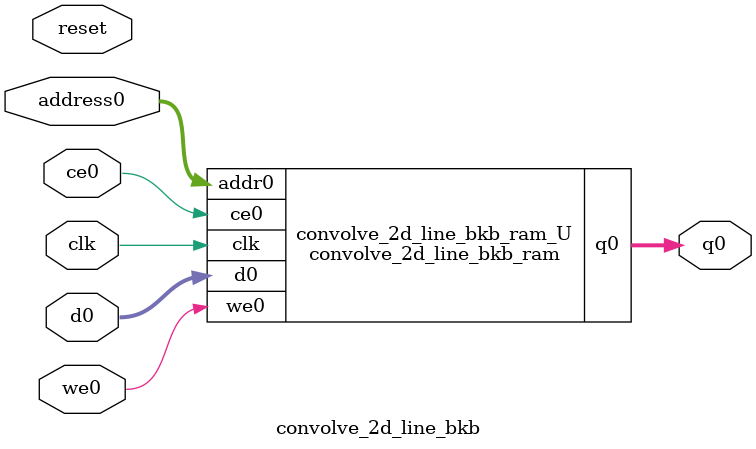
<source format=v>
`timescale 1 ns / 1 ps
module convolve_2d_line_bkb_ram (addr0, ce0, d0, we0, q0,  clk);

parameter DWIDTH = 32;
parameter AWIDTH = 4;
parameter MEM_SIZE = 14;

input[AWIDTH-1:0] addr0;
input ce0;
input[DWIDTH-1:0] d0;
input we0;
output reg[DWIDTH-1:0] q0;
input clk;

(* ram_style = "distributed" *)reg [DWIDTH-1:0] ram[0:MEM_SIZE-1];




always @(posedge clk)  
begin 
    if (ce0) 
    begin
        if (we0) 
        begin 
            ram[addr0] <= d0; 
        end 
        q0 <= ram[addr0];
    end
end


endmodule

`timescale 1 ns / 1 ps
module convolve_2d_line_bkb(
    reset,
    clk,
    address0,
    ce0,
    we0,
    d0,
    q0);

parameter DataWidth = 32'd32;
parameter AddressRange = 32'd14;
parameter AddressWidth = 32'd4;
input reset;
input clk;
input[AddressWidth - 1:0] address0;
input ce0;
input we0;
input[DataWidth - 1:0] d0;
output[DataWidth - 1:0] q0;



convolve_2d_line_bkb_ram convolve_2d_line_bkb_ram_U(
    .clk( clk ),
    .addr0( address0 ),
    .ce0( ce0 ),
    .we0( we0 ),
    .d0( d0 ),
    .q0( q0 ));

endmodule


</source>
